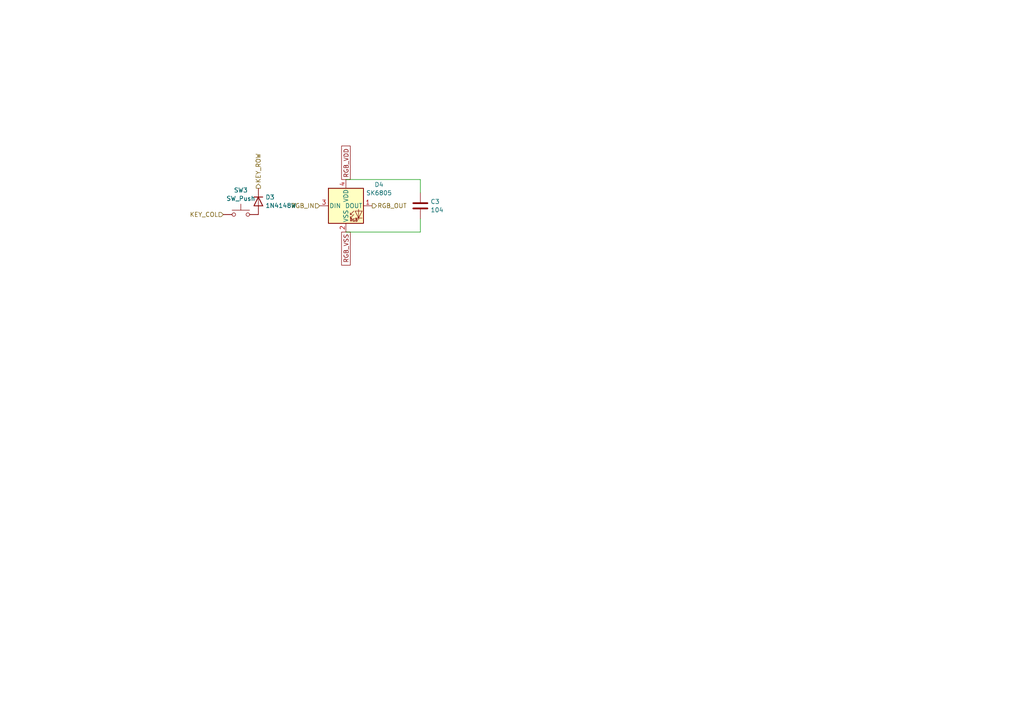
<source format=kicad_sch>
(kicad_sch (version 20231120) (generator "eeschema") (generator_version "8.0")
  (paper "A4")
  (lib_symbols
    (symbol "Device:C" (pin_numbers hide) (pin_names (offset 0.254))
      (property "Reference" "C" (at 0.635 2.54 0))
      (property "Value" "C" (at 0.635 -2.54 0))
      (symbol "C_0_1"
        (polyline (pts (xy -2.032 -0.762) (xy 2.032 -0.762)) (stroke (width 0.508)))
        (polyline (pts (xy -2.032 0.762) (xy 2.032 0.762)) (stroke (width 0.508)))
      )
      (symbol "C_1_1"
        (pin passive line (at 0 3.81 270) (length 2.794) (name "~") (number "1"))
        (pin passive line (at 0 -3.81 90) (length 2.794) (name "~") (number "2"))
      )
    )
    (symbol "Device:D" (pin_numbers hide) (pin_names (offset 1.016) hide)
      (property "Reference" "D" (at 0 2.54 0))
      (property "Value" "D" (at 0 -2.54 0))
      (symbol "D_0_1"
        (polyline (pts (xy -1.27 1.27) (xy -1.27 -1.27)) (stroke (width 0.254)))
        (polyline (pts (xy 1.27 0) (xy -1.27 0)))
        (polyline (pts (xy 1.27 1.27) (xy 1.27 -1.27) (xy -1.27 0) (xy 1.27 1.27)) (stroke (width 0.254)))
      )
      (symbol "D_1_1"
        (pin passive line (at -3.81 0 0) (length 2.54) (name "K") (number "1"))
        (pin passive line (at 3.81 0 180) (length 2.54) (name "A") (number "2"))
      )
    )
    (symbol "LED:SK6805" (pin_names (offset 0.254))
      (property "Reference" "D" (at 5.08 5.715 0))
      (property "Value" "SK6805" (at 1.27 -5.715 0))
      (symbol "SK6805_0_0"
        (text "RGB" (at 2.286 -4.191 0) (effects (font (size 0.762 0.762))))
      )
      (symbol "SK6805_0_1"
        (polyline (pts (xy 1.27 -3.556) (xy 1.778 -3.556)))
        (polyline (pts (xy 1.27 -2.54) (xy 1.778 -2.54)))
        (polyline (pts (xy 4.699 -3.556) (xy 2.667 -3.556)))
        (polyline (pts (xy 2.286 -2.54) (xy 1.27 -3.556) (xy 1.27 -3.048)))
        (polyline (pts (xy 2.286 -1.524) (xy 1.27 -2.54) (xy 1.27 -2.032)))
        (polyline (pts (xy 3.683 -1.016) (xy 3.683 -3.556) (xy 3.683 -4.064)))
        (polyline (pts (xy 4.699 -1.524) (xy 2.667 -1.524) (xy 3.683 -3.556) (xy 4.699 -1.524)))
        (rectangle (start 5.08 5.08) (end -5.08 -5.08) (stroke (width 0.254)) (fill (type background)))
      )
      (symbol "SK6805_1_1"
        (pin output line (at 7.62 0 180) (length 2.54) (name "DOUT") (number "1"))
        (pin power_in line (at 0 -7.62 90) (length 2.54) (name "VSS") (number "2"))
        (pin input line (at -7.62 0 0) (length 2.54) (name "DIN") (number "3"))
        (pin power_in line (at 0 7.62 270) (length 2.54) (name "VDD") (number "4"))
      )
    )
    (symbol "Switch:SW_Push" (pin_numbers hide) (pin_names (offset 1.016) hide)
      (property "Reference" "SW" (at 1.27 2.54 0))
      (property "Value" "SW_Push" (at 0 -1.524 0))
      (symbol "SW_Push_0_1"
        (circle (center -2.032 0) (radius 0.508))
        (polyline (pts (xy 0 1.27) (xy 0 3.048)))
        (polyline (pts (xy 2.54 1.27) (xy -2.54 1.27)))
        (circle (center 2.032 0) (radius 0.508))
        (pin passive line (at -5.08 0 0) (length 2.54) (name "1") (number "1"))
        (pin passive line (at 5.08 0 180) (length 2.54) (name "2") (number "2"))
      )
    )
  )
  (wire (pts (xy 121.92 67.31) (xy 100.33 67.31)))
  (wire (pts (xy 121.92 52.07) (xy 121.92 55.88)))
  (wire (pts (xy 100.33 52.07) (xy 121.92 52.07)))
  (wire (pts (xy 121.92 63.5) (xy 121.92 67.31)))
  (global_label "RGB_VDD" (shape passive) (at 100.33 52.07 90) (property "Intersheetrefs" "${INTERSHEET_REFS}" (effects (hide yes))))
  (global_label "RGB_VSS" (shape passive) (at 100.33 67.31 270) (property "Intersheetrefs" "${INTERSHEET_REFS}" (effects (hide yes))))
  (hierarchical_label "KEY_ROW" (shape output) (at 74.93 54.61 90))
  (hierarchical_label "KEY_COL" (shape input) (at 64.77 62.23 180))
  (hierarchical_label "RGB_OUT" (shape output) (at 107.95 59.69 0))
  (hierarchical_label "RGB_IN" (shape input) (at 92.71 59.69 180))
  (symbol (lib_id "Device:D") (at 74.93 58.42 270) (unit 1)
    (property "Reference" "D3" (at 76.962 57.2078 90) (effects (justify left)))
    (property "Value" "1N4148W" (at 76.962 59.6321 90) (effects (justify left)))
    (property "Footprint" "Diode_SMD:D_SOD-123" (effects (hide yes)))
    (property "Description" "Diode" (effects (hide yes)))
    (property "Sim.Device" "D" (effects (hide yes)))
    (property "Sim.Pins" "1=K 2=A" (effects (hide yes)))
    (instances (project "DecentUSB" (path "" (reference "D3") (unit 1)) (path "" (reference "D5") (unit 1)) (path "" (reference "D7") (unit 1)) (path "" (reference "D9") (unit 1)) (path "" (reference "D11") (unit 1)) (path "" (reference "D13") (unit 1)) (path "" (reference "D15") (unit 1)) (path "" (reference "D17") (unit 1)) (path "" (reference "D19") (unit 1)) (path "" (reference "D21") (unit 1)) (path "" (reference "D23") (unit 1)) (path "" (reference "D25") (unit 1)) (path "" (reference "D27") (unit 1)) (path "" (reference "D29") (unit 1)) (path "" (reference "D31") (unit 1)) (path "" (reference "D33") (unit 1)) (path "" (reference "D35") (unit 1)) (path "" (reference "D37") (unit 1)) (path "" (reference "D39") (unit 1)) (path "" (reference "D41") (unit 1)) (path "" (reference "D43") (unit 1)) (path "" (reference "D45") (unit 1)) (path "" (reference "D47") (unit 1)) (path "" (reference "D49") (unit 1)) (path "" (reference "D51") (unit 1)) (path "" (reference "D53") (unit 1)) (path "" (reference "D55") (unit 1)) (path "" (reference "D57") (unit 1)) (path "" (reference "D59") (unit 1)) (path "" (reference "D61") (unit 1)) (path "" (reference "D63") (unit 1)) (path "" (reference "D65") (unit 1)) (path "" (reference "D67") (unit 1)) (path "" (reference "D69") (unit 1)) (path "" (reference "D71") (unit 1)) (path "" (reference "D73") (unit 1)) (path "" (reference "D75") (unit 1)) (path "" (reference "D77") (unit 1)) (path "" (reference "D79") (unit 1)) (path "" (reference "D81") (unit 1)) (path "" (reference "D83") (unit 1)) (path "" (reference "D85") (unit 1)) (path "" (reference "D87") (unit 1)) (path "" (reference "D89") (unit 1)) (path "" (reference "D91") (unit 1)) (path "" (reference "D93") (unit 1)) (path "" (reference "D95") (unit 1)) (path "" (reference "D97") (unit 1)) (path "" (reference "D99") (unit 1)) (path "" (reference "D101") (unit 1)) (path "" (reference "D103") (unit 1)) (path "" (reference "D105") (unit 1)) (path "" (reference "D107") (unit 1)) (path "" (reference "D109") (unit 1)) (path "" (reference "D111") (unit 1)) (path "" (reference "D113") (unit 1)) (path "" (reference "D115") (unit 1)) (path "" (reference "D117") (unit 1)) (path "" (reference "D119") (unit 1)) (path "" (reference "D121") (unit 1)) (path "" (reference "D123") (unit 1)) (path "" (reference "D125") (unit 1)) (path "" (reference "D127") (unit 1)) (path "" (reference "D129") (unit 1)) (path "" (reference "D131") (unit 1)) (path "" (reference "D133") (unit 1)) (path "" (reference "D135") (unit 1)) (path "" (reference "D137") (unit 1)) (path "" (reference "D139") (unit 1)) (path "" (reference "D141") (unit 1)) (path "" (reference "D143") (unit 1)) (path "" (reference "D145") (unit 1)) (path "" (reference "D147") (unit 1)) (path "" (reference "D149") (unit 1)) (path "" (reference "D151") (unit 1)) (path "" (reference "D153") (unit 1)) (path "" (reference "D155") (unit 1)) (path "" (reference "D157") (unit 1)) (path "" (reference "D159") (unit 1)) (path "" (reference "D161") (unit 1)) (path "" (reference "D163") (unit 1)) (path "" (reference "D1") (unit 1))))
  )
  (symbol (lib_id "Device:C") (at 121.92 59.69 0) (unit 1)
    (property "Reference" "C3" (at 124.841 58.4778 0) (effects (justify left)))
    (property "Value" "104" (at 124.841 60.9021 0) (effects (justify left)))
    (property "Footprint" "Capacitor_SMD:C_0603_1608Metric" (effects (hide yes)))
    (property "Description" "Unpolarized capacitor" (effects (hide yes)))
    (instances (project "DecentUSB" (path "" (reference "C3") (unit 1)) (path "" (reference "C1") (unit 1)) (path "" (reference "C2") (unit 1)) (path "" (reference "C4") (unit 1)) (path "" (reference "C5") (unit 1)) (path "" (reference "C6") (unit 1)) (path "" (reference "C7") (unit 1)) (path "" (reference "C8") (unit 1)) (path "" (reference "C9") (unit 1)) (path "" (reference "C10") (unit 1)) (path "" (reference "C11") (unit 1)) (path "" (reference "C12") (unit 1)) (path "" (reference "C13") (unit 1)) (path "" (reference "C14") (unit 1)) (path "" (reference "C15") (unit 1)) (path "" (reference "C16") (unit 1)) (path "" (reference "C17") (unit 1)) (path "" (reference "C18") (unit 1)) (path "" (reference "C19") (unit 1)) (path "" (reference "C20") (unit 1)) (path "" (reference "C21") (unit 1)) (path "" (reference "C22") (unit 1)) (path "" (reference "C23") (unit 1)) (path "" (reference "C24") (unit 1)) (path "" (reference "C25") (unit 1)) (path "" (reference "C26") (unit 1)) (path "" (reference "C27") (unit 1)) (path "" (reference "C28") (unit 1)) (path "" (reference "C29") (unit 1)) (path "" (reference "C30") (unit 1)) (path "" (reference "C31") (unit 1)) (path "" (reference "C32") (unit 1)) (path "" (reference "C33") (unit 1)) (path "" (reference "C34") (unit 1)) (path "" (reference "C35") (unit 1)) (path "" (reference "C36") (unit 1)) (path "" (reference "C37") (unit 1)) (path "" (reference "C38") (unit 1)) (path "" (reference "C39") (unit 1)) (path "" (reference "C40") (unit 1)) (path "" (reference "C41") (unit 1)) (path "" (reference "C42") (unit 1)) (path "" (reference "C43") (unit 1)) (path "" (reference "C44") (unit 1)) (path "" (reference "C45") (unit 1)) (path "" (reference "C46") (unit 1)) (path "" (reference "C47") (unit 1)) (path "" (reference "C48") (unit 1)) (path "" (reference "C49") (unit 1)) (path "" (reference "C50") (unit 1)) (path "" (reference "C51") (unit 1)) (path "" (reference "C52") (unit 1)) (path "" (reference "C53") (unit 1)) (path "" (reference "C54") (unit 1)) (path "" (reference "C55") (unit 1)) (path "" (reference "C56") (unit 1)) (path "" (reference "C57") (unit 1)) (path "" (reference "C58") (unit 1)) (path "" (reference "C59") (unit 1)) (path "" (reference "C60") (unit 1)) (path "" (reference "C61") (unit 1)) (path "" (reference "C62") (unit 1)) (path "" (reference "C63") (unit 1)) (path "" (reference "C64") (unit 1)) (path "" (reference "C65") (unit 1)) (path "" (reference "C66") (unit 1)) (path "" (reference "C67") (unit 1)) (path "" (reference "C68") (unit 1)) (path "" (reference "C69") (unit 1)) (path "" (reference "C70") (unit 1)) (path "" (reference "C71") (unit 1)) (path "" (reference "C72") (unit 1)) (path "" (reference "C73") (unit 1)) (path "" (reference "C74") (unit 1)) (path "" (reference "C75") (unit 1)) (path "" (reference "C76") (unit 1)) (path "" (reference "C77") (unit 1)) (path "" (reference "C78") (unit 1)) (path "" (reference "C79") (unit 1)) (path "" (reference "C80") (unit 1)) (path "" (reference "C81") (unit 1)) (path "" (reference "C82") (unit 1))))
  )
  (symbol (lib_id "Switch:SW_Push") (at 69.85 62.23 0) (unit 1)
    (property "Reference" "SW3" (at 69.85 55.1645 0))
    (property "Value" "SW_Push" (at 69.85 57.5888 0))
    (property "Footprint" "Library:Kailh_socket_MX_1-00U" (effects (hide yes)))
    (property "Description" "Push button switch, generic, two pins" (effects (hide yes)))
    (instances (project "DecentUSB" (path "" (reference "SW3") (unit 1)) (path "" (reference "SW4") (unit 1)) (path "" (reference "SW5") (unit 1)) (path "" (reference "SW6") (unit 1)) (path "" (reference "SW7") (unit 1)) (path "" (reference "SW8") (unit 1)) (path "" (reference "SW9") (unit 1)) (path "" (reference "SW10") (unit 1)) (path "" (reference "SW11") (unit 1)) (path "" (reference "SW12") (unit 1)) (path "" (reference "SW13") (unit 1)) (path "" (reference "SW14") (unit 1)) (path "" (reference "SW15") (unit 1)) (path "" (reference "SW16") (unit 1)) (path "" (reference "SW17") (unit 1)) (path "" (reference "SW18") (unit 1)) (path "" (reference "SW19") (unit 1)) (path "" (reference "SW20") (unit 1)) (path "" (reference "SW21") (unit 1)) (path "" (reference "SW22") (unit 1)) (path "" (reference "SW23") (unit 1)) (path "" (reference "SW24") (unit 1)) (path "" (reference "SW25") (unit 1)) (path "" (reference "SW26") (unit 1)) (path "" (reference "SW27") (unit 1)) (path "" (reference "SW28") (unit 1)) (path "" (reference "SW29") (unit 1)) (path "" (reference "SW30") (unit 1)) (path "" (reference "SW31") (unit 1)) (path "" (reference "SW32") (unit 1)) (path "" (reference "SW33") (unit 1)) (path "" (reference "SW34") (unit 1)) (path "" (reference "SW35") (unit 1)) (path "" (reference "SW36") (unit 1)) (path "" (reference "SW37") (unit 1)) (path "" (reference "SW38") (unit 1)) (path "" (reference "SW39") (unit 1)) (path "" (reference "SW40") (unit 1)) (path "" (reference "SW41") (unit 1)) (path "" (reference "SW42") (unit 1)) (path "" (reference "SW43") (unit 1)) (path "" (reference "SW44") (unit 1)) (path "" (reference "SW45") (unit 1)) (path "" (reference "SW46") (unit 1)) (path "" (reference "SW47") (unit 1)) (path "" (reference "SW48") (unit 1)) (path "" (reference "SW49") (unit 1)) (path "" (reference "SW50") (unit 1)) (path "" (reference "SW51") (unit 1)) (path "" (reference "SW52") (unit 1)) (path "" (reference "SW53") (unit 1)) (path "" (reference "SW54") (unit 1)) (path "" (reference "SW55") (unit 1)) (path "" (reference "SW56") (unit 1)) (path "" (reference "SW57") (unit 1)) (path "" (reference "SW58") (unit 1)) (path "" (reference "SW59") (unit 1)) (path "" (reference "SW60") (unit 1)) (path "" (reference "SW61") (unit 1)) (path "" (reference "SW62") (unit 1)) (path "" (reference "SW63") (unit 1)) (path "" (reference "SW64") (unit 1)) (path "" (reference "SW65") (unit 1)) (path "" (reference "SW66") (unit 1)) (path "" (reference "SW67") (unit 1)) (path "" (reference "SW68") (unit 1)) (path "" (reference "SW69") (unit 1)) (path "" (reference "SW70") (unit 1)) (path "" (reference "SW71") (unit 1)) (path "" (reference "SW72") (unit 1)) (path "" (reference "SW73") (unit 1)) (path "" (reference "SW74") (unit 1)) (path "" (reference "SW75") (unit 1)) (path "" (reference "SW76") (unit 1)) (path "" (reference "SW77") (unit 1)) (path "" (reference "SW78") (unit 1)) (path "" (reference "SW79") (unit 1)) (path "" (reference "SW80") (unit 1)) (path "" (reference "SW81") (unit 1)) (path "" (reference "SW82") (unit 1)) (path "" (reference "SW83") (unit 1)) (path "" (reference "SW2") (unit 1))))
  )
  (symbol (lib_id "LED:SK6805") (at 100.33 59.69 0) (unit 1)
    (property "Reference" "D4" (at 109.9419 53.545 0))
    (property "Value" "SK6805" (at 109.9419 55.9693 0))
    (property "Footprint" "Library:SK6809-EC15" (effects (hide yes)))
    (property "Datasheet" "https://cdn-shop.adafruit.com/product-files/3484/3484_Datasheet.pdf" (effects (hide yes)))
    (property "Description" "RGB LED with integrated controller" (effects (hide yes)))
    (instances (project "DecentUSB" (path "" (reference "D4") (unit 1)) (path "" (reference "D6") (unit 1)) (path "" (reference "D8") (unit 1)) (path "" (reference "D10") (unit 1)) (path "" (reference "D12") (unit 1)) (path "" (reference "D14") (unit 1)) (path "" (reference "D16") (unit 1)) (path "" (reference "D18") (unit 1)) (path "" (reference "D20") (unit 1)) (path "" (reference "D22") (unit 1)) (path "" (reference "D24") (unit 1)) (path "" (reference "D26") (unit 1)) (path "" (reference "D28") (unit 1)) (path "" (reference "D30") (unit 1)) (path "" (reference "D32") (unit 1)) (path "" (reference "D34") (unit 1)) (path "" (reference "D36") (unit 1)) (path "" (reference "D38") (unit 1)) (path "" (reference "D40") (unit 1)) (path "" (reference "D42") (unit 1)) (path "" (reference "D44") (unit 1)) (path "" (reference "D46") (unit 1)) (path "" (reference "D48") (unit 1)) (path "" (reference "D50") (unit 1)) (path "" (reference "D52") (unit 1)) (path "" (reference "D54") (unit 1)) (path "" (reference "D56") (unit 1)) (path "" (reference "D58") (unit 1)) (path "" (reference "D60") (unit 1)) (path "" (reference "D62") (unit 1)) (path "" (reference "D64") (unit 1)) (path "" (reference "D66") (unit 1)) (path "" (reference "D68") (unit 1)) (path "" (reference "D70") (unit 1)) (path "" (reference "D72") (unit 1)) (path "" (reference "D74") (unit 1)) (path "" (reference "D76") (unit 1)) (path "" (reference "D78") (unit 1)) (path "" (reference "D80") (unit 1)) (path "" (reference "D82") (unit 1)) (path "" (reference "D84") (unit 1)) (path "" (reference "D86") (unit 1)) (path "" (reference "D88") (unit 1)) (path "" (reference "D90") (unit 1)) (path "" (reference "D92") (unit 1)) (path "" (reference "D94") (unit 1)) (path "" (reference "D96") (unit 1)) (path "" (reference "D98") (unit 1)) (path "" (reference "D100") (unit 1)) (path "" (reference "D102") (unit 1)) (path "" (reference "D104") (unit 1)) (path "" (reference "D106") (unit 1)) (path "" (reference "D108") (unit 1)) (path "" (reference "D110") (unit 1)) (path "" (reference "D112") (unit 1)) (path "" (reference "D114") (unit 1)) (path "" (reference "D116") (unit 1)) (path "" (reference "D118") (unit 1)) (path "" (reference "D120") (unit 1)) (path "" (reference "D122") (unit 1)) (path "" (reference "D124") (unit 1)) (path "" (reference "D126") (unit 1)) (path "" (reference "D128") (unit 1)) (path "" (reference "D130") (unit 1)) (path "" (reference "D132") (unit 1)) (path "" (reference "D134") (unit 1)) (path "" (reference "D136") (unit 1)) (path "" (reference "D138") (unit 1)) (path "" (reference "D140") (unit 1)) (path "" (reference "D142") (unit 1)) (path "" (reference "D144") (unit 1)) (path "" (reference "D146") (unit 1)) (path "" (reference "D148") (unit 1)) (path "" (reference "D150") (unit 1)) (path "" (reference "D152") (unit 1)) (path "" (reference "D154") (unit 1)) (path "" (reference "D156") (unit 1)) (path "" (reference "D158") (unit 1)) (path "" (reference "D160") (unit 1)) (path "" (reference "D162") (unit 1)) (path "" (reference "D164") (unit 1)) (path "" (reference "D2") (unit 1))))
  )
)
</source>
